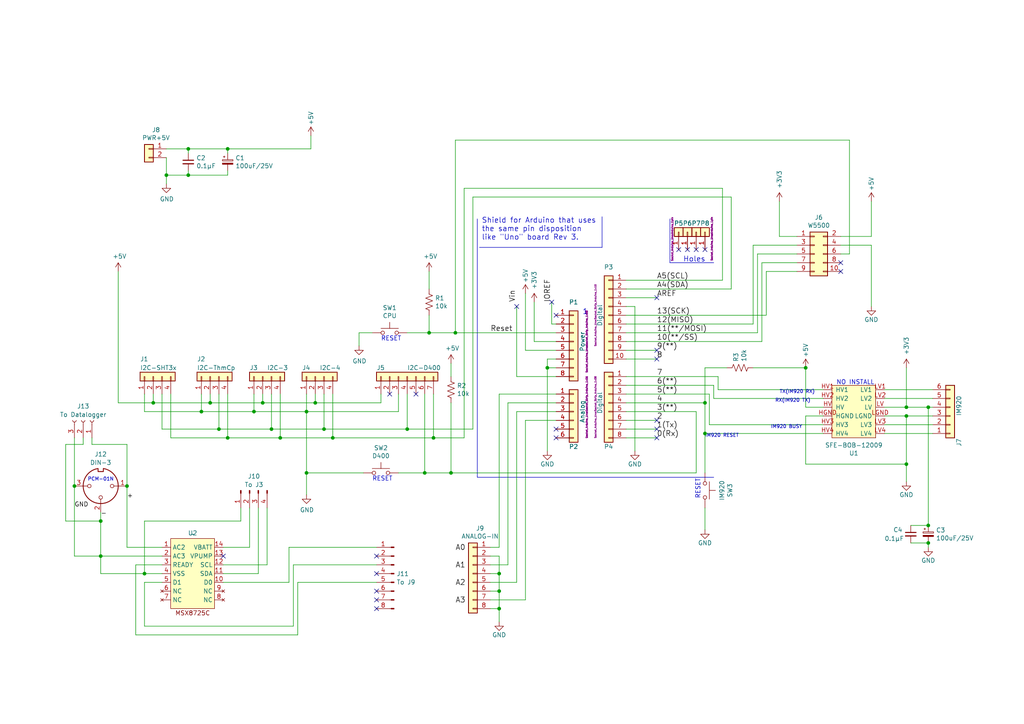
<source format=kicad_sch>
(kicad_sch (version 20230121) (generator eeschema)
  (paper "A4")
  (title_block (title "M302 Solar Radiation") (date "2023-07-07") (rev "1.00") (company "HOLLY&Co.,Ltd. with YS Lab."))
  (lib_symbols
    (symbol "Buffer:SFE-BOB-12009" (pin_names (offset 1.016))
      (property "Reference" "U" (at 0 0 0))
      (property "Value" "SFE-BOB-12009" (at 0 0 0))
      (symbol "SFE-BOB-12009_0_1"
        (rectangle (start -6.35 -3.81) (end 6.35 -19.05) (fill (type background)))
      )
      (symbol "SFE-BOB-12009_1_1"
        (pin passive line (at 8.89 -10.16 180) (length 2.54) (name "HGND") (number "HGND"))
        (pin passive line (at 8.89 -12.7 180) (length 2.54) (name "HV") (number "HV"))
        (pin passive line (at 8.89 -17.78 180) (length 2.54) (name "HV1") (number "HV1"))
        (pin passive line (at 8.89 -15.24 180) (length 2.54) (name "HV2") (number "HV2"))
        (pin passive line (at 8.89 -7.62 180) (length 2.54) (name "HV3") (number "HV3"))
        (pin passive line (at 8.89 -5.08 180) (length 2.54) (name "HV4") (number "HV4"))
        (pin passive line (at -8.89 -10.16 0) (length 2.54) (name "LGND") (number "LGND"))
        (pin passive line (at -8.89 -12.7 0) (length 2.54) (name "LV") (number "LV"))
        (pin passive line (at -8.89 -17.78 0) (length 2.54) (name "LV1") (number "LV1"))
        (pin passive line (at -8.89 -15.24 0) (length 2.54) (name "LV2") (number "LV2"))
        (pin passive line (at -8.89 -7.62 0) (length 2.54) (name "LV3") (number "LV3"))
        (pin passive line (at -8.89 -5.08 0) (length 2.54) (name "LV4") (number "LV4"))
      )
    )
    (symbol "Connector:Conn_01x03_Socket" (pin_names (offset 1.016) hide)
      (property "Reference" "J" (at 0 5.08 0))
      (property "Value" "Conn_01x03_Socket" (at 0 -5.08 0))
      (symbol "Conn_01x03_Socket_1_1"
        (arc (start 0 -2.032) (mid -0.5058 -2.54) (end 0 -3.048) (stroke (width 0.1524)))
        (polyline (pts (xy -1.27 -2.54) (xy -0.508 -2.54)) (stroke (width 0.1524)))
        (polyline (pts (xy -1.27 0) (xy -0.508 0)) (stroke (width 0.1524)))
        (polyline (pts (xy -1.27 2.54) (xy -0.508 2.54)) (stroke (width 0.1524)))
        (arc (start 0 0.508) (mid -0.5058 0) (end 0 -0.508) (stroke (width 0.1524)))
        (arc (start 0 3.048) (mid -0.5058 2.54) (end 0 2.032) (stroke (width 0.1524)))
        (pin passive line (at -5.08 2.54 0) (length 3.81) (name "Pin_1") (number "1"))
        (pin passive line (at -5.08 0 0) (length 3.81) (name "Pin_2") (number "2"))
        (pin passive line (at -5.08 -2.54 0) (length 3.81) (name "Pin_3") (number "3"))
      )
    )
    (symbol "Connector:Conn_01x04_Pin" (pin_names (offset 1.016) hide)
      (property "Reference" "J" (at 0 5.08 0))
      (property "Value" "Conn_01x04_Pin" (at 0 -7.62 0))
      (symbol "Conn_01x04_Pin_1_1"
        (polyline (pts (xy 1.27 -5.08) (xy 0.8636 -5.08)) (stroke (width 0.1524)))
        (polyline (pts (xy 1.27 -2.54) (xy 0.8636 -2.54)) (stroke (width 0.1524)))
        (polyline (pts (xy 1.27 0) (xy 0.8636 0)) (stroke (width 0.1524)))
        (polyline (pts (xy 1.27 2.54) (xy 0.8636 2.54)) (stroke (width 0.1524)))
        (rectangle (start 0.8636 -4.953) (end 0 -5.207) (stroke (width 0.1524)) (fill (type outline)))
        (rectangle (start 0.8636 -2.413) (end 0 -2.667) (stroke (width 0.1524)) (fill (type outline)))
        (rectangle (start 0.8636 0.127) (end 0 -0.127) (stroke (width 0.1524)) (fill (type outline)))
        (rectangle (start 0.8636 2.667) (end 0 2.413) (stroke (width 0.1524)) (fill (type outline)))
        (pin passive line (at 5.08 2.54 180) (length 3.81) (name "Pin_1") (number "1"))
        (pin passive line (at 5.08 0 180) (length 3.81) (name "Pin_2") (number "2"))
        (pin passive line (at 5.08 -2.54 180) (length 3.81) (name "Pin_3") (number "3"))
        (pin passive line (at 5.08 -5.08 180) (length 3.81) (name "Pin_4") (number "4"))
      )
    )
    (symbol "Connector:Conn_01x08_Pin" (pin_names (offset 1.016) hide)
      (property "Reference" "J" (at 0 10.16 0))
      (property "Value" "Conn_01x08_Pin" (at 0 -12.7 0))
      (symbol "Conn_01x08_Pin_1_1"
        (polyline (pts (xy 1.27 -10.16) (xy 0.8636 -10.16)) (stroke (width 0.1524)))
        (polyline (pts (xy 1.27 -7.62) (xy 0.8636 -7.62)) (stroke (width 0.1524)))
        (polyline (pts (xy 1.27 -5.08) (xy 0.8636 -5.08)) (stroke (width 0.1524)))
        (polyline (pts (xy 1.27 -2.54) (xy 0.8636 -2.54)) (stroke (width 0.1524)))
        (polyline (pts (xy 1.27 0) (xy 0.8636 0)) (stroke (width 0.1524)))
        (polyline (pts (xy 1.27 2.54) (xy 0.8636 2.54)) (stroke (width 0.1524)))
        (polyline (pts (xy 1.27 5.08) (xy 0.8636 5.08)) (stroke (width 0.1524)))
        (polyline (pts (xy 1.27 7.62) (xy 0.8636 7.62)) (stroke (width 0.1524)))
        (rectangle (start 0.8636 -10.033) (end 0 -10.287) (stroke (width 0.1524)) (fill (type outline)))
        (rectangle (start 0.8636 -7.493) (end 0 -7.747) (stroke (width 0.1524)) (fill (type outline)))
        (rectangle (start 0.8636 -4.953) (end 0 -5.207) (stroke (width 0.1524)) (fill (type outline)))
        (rectangle (start 0.8636 -2.413) (end 0 -2.667) (stroke (width 0.1524)) (fill (type outline)))
        (rectangle (start 0.8636 0.127) (end 0 -0.127) (stroke (width 0.1524)) (fill (type outline)))
        (rectangle (start 0.8636 2.667) (end 0 2.413) (stroke (width 0.1524)) (fill (type outline)))
        (rectangle (start 0.8636 5.207) (end 0 4.953) (stroke (width 0.1524)) (fill (type outline)))
        (rectangle (start 0.8636 7.747) (end 0 7.493) (stroke (width 0.1524)) (fill (type outline)))
        (pin passive line (at 5.08 7.62 180) (length 3.81) (name "Pin_1") (number "1"))
        (pin passive line (at 5.08 5.08 180) (length 3.81) (name "Pin_2") (number "2"))
        (pin passive line (at 5.08 2.54 180) (length 3.81) (name "Pin_3") (number "3"))
        (pin passive line (at 5.08 0 180) (length 3.81) (name "Pin_4") (number "4"))
        (pin passive line (at 5.08 -2.54 180) (length 3.81) (name "Pin_5") (number "5"))
        (pin passive line (at 5.08 -5.08 180) (length 3.81) (name "Pin_6") (number "6"))
        (pin passive line (at 5.08 -7.62 180) (length 3.81) (name "Pin_7") (number "7"))
        (pin passive line (at 5.08 -10.16 180) (length 3.81) (name "Pin_8") (number "8"))
      )
    )
    (symbol "Connector:DIN-3" (pin_names (offset 1.016))
      (property "Reference" "J" (at 3.302 6.35 0))
      (property "Value" "DIN-3" (at 0 -6.35 0))
      (symbol "DIN-3_0_1"
        (arc (start -5.08 0) (mid -3.8609 -3.3364) (end -0.762 -5.08) (stroke (width 0.254)))
        (circle (center -3.302 0) (radius 0.508))
        (polyline (pts (xy -3.81 0) (xy -5.08 0)))
        (polyline (pts (xy 0 3.81) (xy 0 5.08)))
        (polyline (pts (xy 5.08 0) (xy 3.81 0)))
        (polyline (pts (xy -0.762 -4.953) (xy -0.762 -4.191) (xy 0.762 -4.191) (xy 0.762 -4.953)) (stroke (width 0.254)))
        (circle (center 0 3.302) (radius 0.508))
        (arc (start 0.762 -5.08) (mid 3.8685 -3.343) (end 5.08 0) (stroke (width 0.254)))
        (circle (center 3.302 0) (radius 0.508))
        (arc (start 5.08 0) (mid 0 5.0579) (end -5.08 0) (stroke (width 0.254)))
      )
      (symbol "DIN-3_1_1"
        (pin passive line (at -7.62 0 0) (length 2.54) (name "~") (number "1"))
        (pin passive line (at 0 7.62 270) (length 2.54) (name "~") (number "2"))
        (pin passive line (at 7.62 0 180) (length 2.54) (name "~") (number "3"))
      )
    )
    (symbol "Connector_Generic:Conn_01x01" (pin_names (offset 1.016) hide)
      (property "Reference" "J" (at 0 2.54 0))
      (property "Value" "Conn_01x01" (at 0 -2.54 0))
      (symbol "Conn_01x01_1_1"
        (rectangle (start -1.27 0.127) (end 0 -0.127) (stroke (width 0.1524)))
        (rectangle (start -1.27 1.27) (end 1.27 -1.27) (stroke (width 0.254)) (fill (type background)))
        (pin passive line (at -5.08 0 0) (length 3.81) (name "Pin_1") (number "1"))
      )
    )
    (symbol "Connector_Generic:Conn_01x02" (pin_names (offset 1.016) hide)
      (property "Reference" "J" (at 0 2.54 0))
      (property "Value" "Conn_01x02" (at 0 -5.08 0))
      (symbol "Conn_01x02_1_1"
        (rectangle (start -1.27 -2.413) (end 0 -2.667) (stroke (width 0.1524)))
        (rectangle (start -1.27 0.127) (end 0 -0.127) (stroke (width 0.1524)))
        (rectangle (start -1.27 1.27) (end 1.27 -3.81) (stroke (width 0.254)) (fill (type background)))
        (pin passive line (at -5.08 0 0) (length 3.81) (name "Pin_1") (number "1"))
        (pin passive line (at -5.08 -2.54 0) (length 3.81) (name "Pin_2") (number "2"))
      )
    )
    (symbol "Connector_Generic:Conn_01x04" (pin_names (offset 1.016) hide)
      (property "Reference" "J" (at 0 5.08 0))
      (property "Value" "Conn_01x04" (at 0 -7.62 0))
      (symbol "Conn_01x04_1_1"
        (rectangle (start -1.27 -4.953) (end 0 -5.207) (stroke (width 0.1524)))
        (rectangle (start -1.27 -2.413) (end 0 -2.667) (stroke (width 0.1524)))
        (rectangle (start -1.27 0.127) (end 0 -0.127) (stroke (width 0.1524)))
        (rectangle (start -1.27 2.667) (end 0 2.413) (stroke (width 0.1524)))
        (rectangle (start -1.27 3.81) (end 1.27 -6.35) (stroke (width 0.254)) (fill (type background)))
        (pin passive line (at -5.08 2.54 0) (length 3.81) (name "Pin_1") (number "1"))
        (pin passive line (at -5.08 0 0) (length 3.81) (name "Pin_2") (number "2"))
        (pin passive line (at -5.08 -2.54 0) (length 3.81) (name "Pin_3") (number "3"))
        (pin passive line (at -5.08 -5.08 0) (length 3.81) (name "Pin_4") (number "4"))
      )
    )
    (symbol "Connector_Generic:Conn_01x06" (pin_names (offset 1.016) hide)
      (property "Reference" "J" (at 0 7.62 0))
      (property "Value" "Conn_01x06" (at 0 -10.16 0))
      (symbol "Conn_01x06_1_1"
        (rectangle (start -1.27 -7.493) (end 0 -7.747) (stroke (width 0.1524)))
        (rectangle (start -1.27 -4.953) (end 0 -5.207) (stroke (width 0.1524)))
        (rectangle (start -1.27 -2.413) (end 0 -2.667) (stroke (width 0.1524)))
        (rectangle (start -1.27 0.127) (end 0 -0.127) (stroke (width 0.1524)))
        (rectangle (start -1.27 2.667) (end 0 2.413) (stroke (width 0.1524)))
        (rectangle (start -1.27 5.207) (end 0 4.953) (stroke (width 0.1524)))
        (rectangle (start -1.27 6.35) (end 1.27 -8.89) (stroke (width 0.254)) (fill (type background)))
        (pin passive line (at -5.08 5.08 0) (length 3.81) (name "Pin_1") (number "1"))
        (pin passive line (at -5.08 2.54 0) (length 3.81) (name "Pin_2") (number "2"))
        (pin passive line (at -5.08 0 0) (length 3.81) (name "Pin_3") (number "3"))
        (pin passive line (at -5.08 -2.54 0) (length 3.81) (name "Pin_4") (number "4"))
        (pin passive line (at -5.08 -5.08 0) (length 3.81) (name "Pin_5") (number "5"))
        (pin passive line (at -5.08 -7.62 0) (length 3.81) (name "Pin_6") (number "6"))
      )
    )
    (symbol "Connector_Generic:Conn_01x07" (pin_names (offset 1.016) hide)
      (property "Reference" "J" (at 0 10.16 0))
      (property "Value" "Conn_01x07" (at 0 -10.16 0))
      (symbol "Conn_01x07_1_1"
        (rectangle (start -1.27 -7.493) (end 0 -7.747) (stroke (width 0.1524)))
        (rectangle (start -1.27 -4.953) (end 0 -5.207) (stroke (width 0.1524)))
        (rectangle (start -1.27 -2.413) (end 0 -2.667) (stroke (width 0.1524)))
        (rectangle (start -1.27 0.127) (end 0 -0.127) (stroke (width 0.1524)))
        (rectangle (start -1.27 2.667) (end 0 2.413) (stroke (width 0.1524)))
        (rectangle (start -1.27 5.207) (end 0 4.953) (stroke (width 0.1524)))
        (rectangle (start -1.27 7.747) (end 0 7.493) (stroke (width 0.1524)))
        (rectangle (start -1.27 8.89) (end 1.27 -8.89) (stroke (width 0.254)) (fill (type background)))
        (pin passive line (at -5.08 7.62 0) (length 3.81) (name "Pin_1") (number "1"))
        (pin passive line (at -5.08 5.08 0) (length 3.81) (name "Pin_2") (number "2"))
        (pin passive line (at -5.08 2.54 0) (length 3.81) (name "Pin_3") (number "3"))
        (pin passive line (at -5.08 0 0) (length 3.81) (name "Pin_4") (number "4"))
        (pin passive line (at -5.08 -2.54 0) (length 3.81) (name "Pin_5") (number "5"))
        (pin passive line (at -5.08 -5.08 0) (length 3.81) (name "Pin_6") (number "6"))
        (pin passive line (at -5.08 -7.62 0) (length 3.81) (name "Pin_7") (number "7"))
      )
    )
    (symbol "Connector_Generic:Conn_01x08" (pin_names (offset 1.016) hide)
      (property "Reference" "J" (at 0 10.16 0))
      (property "Value" "Conn_01x08" (at 0 -12.7 0))
      (symbol "Conn_01x08_1_1"
        (rectangle (start -1.27 -10.033) (end 0 -10.287) (stroke (width 0.1524)))
        (rectangle (start -1.27 -7.493) (end 0 -7.747) (stroke (width 0.1524)))
        (rectangle (start -1.27 -4.953) (end 0 -5.207) (stroke (width 0.1524)))
        (rectangle (start -1.27 -2.413) (end 0 -2.667) (stroke (width 0.1524)))
        (rectangle (start -1.27 0.127) (end 0 -0.127) (stroke (width 0.1524)))
        (rectangle (start -1.27 2.667) (end 0 2.413) (stroke (width 0.1524)))
        (rectangle (start -1.27 5.207) (end 0 4.953) (stroke (width 0.1524)))
        (rectangle (start -1.27 7.747) (end 0 7.493) (stroke (width 0.1524)))
        (rectangle (start -1.27 8.89) (end 1.27 -11.43) (stroke (width 0.254)) (fill (type background)))
        (pin passive line (at -5.08 7.62 0) (length 3.81) (name "Pin_1") (number "1"))
        (pin passive line (at -5.08 5.08 0) (length 3.81) (name "Pin_2") (number "2"))
        (pin passive line (at -5.08 2.54 0) (length 3.81) (name "Pin_3") (number "3"))
        (pin passive line (at -5.08 0 0) (length 3.81) (name "Pin_4") (number "4"))
        (pin passive line (at -5.08 -2.54 0) (length 3.81) (name "Pin_5") (number "5"))
        (pin passive line (at -5.08 -5.08 0) (length 3.81) (name "Pin_6") (number "6"))
        (pin passive line (at -5.08 -7.62 0) (length 3.81) (name "Pin_7") (number "7"))
        (pin passive line (at -5.08 -10.16 0) (length 3.81) (name "Pin_8") (number "8"))
      )
    )
    (symbol "Connector_Generic:Conn_01x10" (pin_names (offset 1.016) hide)
      (property "Reference" "J" (at 0 12.7 0))
      (property "Value" "Conn_01x10" (at 0 -15.24 0))
      (symbol "Conn_01x10_1_1"
        (rectangle (start -1.27 -12.573) (end 0 -12.827) (stroke (width 0.1524)))
        (rectangle (start -1.27 -10.033) (end 0 -10.287) (stroke (width 0.1524)))
        (rectangle (start -1.27 -7.493) (end 0 -7.747) (stroke (width 0.1524)))
        (rectangle (start -1.27 -4.953) (end 0 -5.207) (stroke (width 0.1524)))
        (rectangle (start -1.27 -2.413) (end 0 -2.667) (stroke (width 0.1524)))
        (rectangle (start -1.27 0.127) (end 0 -0.127) (stroke (width 0.1524)))
        (rectangle (start -1.27 2.667) (end 0 2.413) (stroke (width 0.1524)))
        (rectangle (start -1.27 5.207) (end 0 4.953) (stroke (width 0.1524)))
        (rectangle (start -1.27 7.747) (end 0 7.493) (stroke (width 0.1524)))
        (rectangle (start -1.27 10.287) (end 0 10.033) (stroke (width 0.1524)))
        (rectangle (start -1.27 11.43) (end 1.27 -13.97) (stroke (width 0.254)) (fill (type background)))
        (pin passive line (at -5.08 10.16 0) (length 3.81) (name "Pin_1") (number "1"))
        (pin passive line (at -5.08 -12.7 0) (length 3.81) (name "Pin_10") (number "10"))
        (pin passive line (at -5.08 7.62 0) (length 3.81) (name "Pin_2") (number "2"))
        (pin passive line (at -5.08 5.08 0) (length 3.81) (name "Pin_3") (number "3"))
        (pin passive line (at -5.08 2.54 0) (length 3.81) (name "Pin_4") (number "4"))
        (pin passive line (at -5.08 0 0) (length 3.81) (name "Pin_5") (number "5"))
        (pin passive line (at -5.08 -2.54 0) (length 3.81) (name "Pin_6") (number "6"))
        (pin passive line (at -5.08 -5.08 0) (length 3.81) (name "Pin_7") (number "7"))
        (pin passive line (at -5.08 -7.62 0) (length 3.81) (name "Pin_8") (number "8"))
        (pin passive line (at -5.08 -10.16 0) (length 3.81) (name "Pin_9") (number "9"))
      )
    )
    (symbol "Connector_Generic:Conn_02x05_Odd_Even" (pin_names (offset 1.016) hide)
      (property "Reference" "J" (at 1.27 7.62 0))
      (property "Value" "Conn_02x05_Odd_Even" (at 1.27 -7.62 0))
      (symbol "Conn_02x05_Odd_Even_1_1"
        (rectangle (start -1.27 -4.953) (end 0 -5.207) (stroke (width 0.1524)))
        (rectangle (start -1.27 -2.413) (end 0 -2.667) (stroke (width 0.1524)))
        (rectangle (start -1.27 0.127) (end 0 -0.127) (stroke (width 0.1524)))
        (rectangle (start -1.27 2.667) (end 0 2.413) (stroke (width 0.1524)))
        (rectangle (start -1.27 5.207) (end 0 4.953) (stroke (width 0.1524)))
        (rectangle (start -1.27 6.35) (end 3.81 -6.35) (stroke (width 0.254)) (fill (type background)))
        (rectangle (start 3.81 -4.953) (end 2.54 -5.207) (stroke (width 0.1524)))
        (rectangle (start 3.81 -2.413) (end 2.54 -2.667) (stroke (width 0.1524)))
        (rectangle (start 3.81 0.127) (end 2.54 -0.127) (stroke (width 0.1524)))
        (rectangle (start 3.81 2.667) (end 2.54 2.413) (stroke (width 0.1524)))
        (rectangle (start 3.81 5.207) (end 2.54 4.953) (stroke (width 0.1524)))
        (pin passive line (at -5.08 5.08 0) (length 3.81) (name "Pin_1") (number "1"))
        (pin passive line (at 7.62 -5.08 180) (length 3.81) (name "Pin_10") (number "10"))
        (pin passive line (at 7.62 5.08 180) (length 3.81) (name "Pin_2") (number "2"))
        (pin passive line (at -5.08 2.54 0) (length 3.81) (name "Pin_3") (number "3"))
        (pin passive line (at 7.62 2.54 180) (length 3.81) (name "Pin_4") (number "4"))
        (pin passive line (at -5.08 0 0) (length 3.81) (name "Pin_5") (number "5"))
        (pin passive line (at 7.62 0 180) (length 3.81) (name "Pin_6") (number "6"))
        (pin passive line (at -5.08 -2.54 0) (length 3.81) (name "Pin_7") (number "7"))
        (pin passive line (at 7.62 -2.54 180) (length 3.81) (name "Pin_8") (number "8"))
        (pin passive line (at -5.08 -5.08 0) (length 3.81) (name "Pin_9") (number "9"))
      )
    )
    (symbol "Device:C_Small" (pin_numbers hide) (pin_names (offset 0.254) hide)
      (property "Reference" "C" (at 0.254 1.778 0))
      (property "Value" "C_Small" (at 0.254 -2.032 0))
      (symbol "C_Small_0_1"
        (polyline (pts (xy -1.524 -0.508) (xy 1.524 -0.508)) (stroke (width 0.3302)))
        (polyline (pts (xy -1.524 0.508) (xy 1.524 0.508)) (stroke (width 0.3048)))
      )
      (symbol "C_Small_1_1"
        (pin passive line (at 0 2.54 270) (length 2.032) (name "~") (number "1"))
        (pin passive line (at 0 -2.54 90) (length 2.032) (name "~") (number "2"))
      )
    )
    (symbol "Device:R_US" (pin_numbers hide) (pin_names (offset 0))
      (property "Reference" "R" (at 2.54 0 90))
      (property "Value" "R_US" (at -2.54 0 90))
      (symbol "R_US_0_1"
        (polyline (pts (xy 0 -2.286) (xy 0 -2.54)))
        (polyline (pts (xy 0 2.286) (xy 0 2.54)))
        (polyline (pts (xy 0 -0.762) (xy 1.016 -1.143) (xy 0 -1.524) (xy -1.016 -1.905) (xy 0 -2.286)))
        (polyline (pts (xy 0 0.762) (xy 1.016 0.381) (xy 0 0) (xy -1.016 -0.381) (xy 0 -0.762)))
        (polyline (pts (xy 0 2.286) (xy 1.016 1.905) (xy 0 1.524) (xy -1.016 1.143) (xy 0 0.762)))
      )
      (symbol "R_US_1_1"
        (pin passive line (at 0 3.81 270) (length 1.27) (name "~") (number "1"))
        (pin passive line (at 0 -3.81 90) (length 1.27) (name "~") (number "2"))
      )
    )
    (symbol "M302-rescue:+3.3V-power" (power) (pin_names (offset 0))
      (property "Value" "+3.3V-power" (at 0 3.556 0))
      (symbol "+3.3V-power_0_1"
        (polyline (pts (xy -0.762 1.27) (xy 0 2.54)))
        (polyline (pts (xy 0 0) (xy 0 2.54)))
        (polyline (pts (xy 0 2.54) (xy 0.762 1.27)))
      )
      (symbol "+3.3V-power_1_1"
        (pin power_in line (at 0 0 90) (length 0) hide (name "+3V3") (number "1"))
      )
    )
    (symbol "M302-rescue:CP_Small-Device" (pin_numbers hide) (pin_names (offset 0.254) hide)
      (property "Reference" "C" (at 0.254 1.778 0))
      (property "Value" "Device_CP_Small" (at 0.254 -2.032 0))
      (symbol "CP_Small-Device_0_1"
        (rectangle (start -1.524 -0.3048) (end 1.524 -0.6858) (fill (type outline)))
        (rectangle (start -1.524 0.6858) (end 1.524 0.3048))
        (polyline (pts (xy -1.27 1.524) (xy -0.762 1.524)))
        (polyline (pts (xy -1.016 1.27) (xy -1.016 1.778)))
      )
      (symbol "CP_Small-Device_1_1"
        (pin passive line (at 0 2.54 270) (length 1.8542) (name "~") (number "1"))
        (pin passive line (at 0 -2.54 90) (length 1.8542) (name "~") (number "2"))
      )
    )
    (symbol "Switch:SW_Push" (pin_numbers hide) (pin_names (offset 1.016) hide)
      (property "Reference" "SW" (at 1.27 2.54 0))
      (property "Value" "SW_Push" (at 0 -1.524 0))
      (symbol "SW_Push_0_1"
        (circle (center -2.032 0) (radius 0.508))
        (polyline (pts (xy 0 1.27) (xy 0 3.048)))
        (polyline (pts (xy 2.54 1.27) (xy -2.54 1.27)))
        (circle (center 2.032 0) (radius 0.508))
        (pin passive line (at -5.08 0 0) (length 2.54) (name "1") (number "1"))
        (pin passive line (at 5.08 0 180) (length 2.54) (name "2") (number "2"))
      )
    )
    (symbol "holly:MSX8725C"
      (property "Reference" "U" (at 0 0 0))
      (symbol "MSX8725C_1_1"
        (rectangle (start -6.35 -1.27) (end 6.35 -21.59) (fill (type background)))
        (text "MSX8725C" (at 0 -22.86 0) (effects (font (size 1.27 1.27))))
        (pin input line (at -8.89 -3.81 0) (length 2.54) (name "AC2") (number "1"))
        (pin bidirectional line (at 8.89 -13.97 180) (length 2.54) (name "D0") (number "10"))
        (pin bidirectional line (at 8.89 -11.43 180) (length 2.54) (name "SDA") (number "11"))
        (pin input line (at 8.89 -8.89 180) (length 2.54) (name "SCL") (number "12"))
        (pin power_out line (at 8.89 -6.35 180) (length 2.54) (name "VPUMP") (number "13"))
        (pin power_in line (at 8.89 -3.81 180) (length 2.54) (name "VBATT") (number "14"))
        (pin input line (at -8.89 -6.35 0) (length 2.54) (name "AC3") (number "2"))
        (pin input line (at -8.89 -8.89 0) (length 2.54) (name "READY") (number "3"))
        (pin input line (at -8.89 -11.43 0) (length 2.54) (name "VSS") (number "4"))
        (pin bidirectional line (at -8.89 -13.97 0) (length 2.54) (name "D1") (number "5"))
        (pin no_connect line (at -8.89 -16.51 0) (length 2.54) (name "NC") (number "6"))
        (pin no_connect line (at -8.89 -19.05 0) (length 2.54) (name "NC") (number "7"))
        (pin no_connect line (at 8.89 -19.05 180) (length 2.54) (name "NC") (number "8"))
        (pin no_connect line (at 8.89 -16.51 180) (length 2.54) (name "NC") (number "9"))
      )
    )
    (symbol "power:+5V" (power) (pin_names (offset 0))
      (property "Value" "+5V" (at 0 3.556 0))
      (symbol "+5V_0_1"
        (polyline (pts (xy -0.762 1.27) (xy 0 2.54)))
        (polyline (pts (xy 0 0) (xy 0 2.54)))
        (polyline (pts (xy 0 2.54) (xy 0.762 1.27)))
      )
      (symbol "+5V_1_1"
        (pin power_in line (at 0 0 90) (length 0) hide (name "+5V") (number "1"))
      )
    )
    (symbol "power:GND" (power) (pin_names (offset 0))
      (property "Value" "GND" (at 0 -3.81 0))
      (symbol "GND_0_1"
        (polyline (pts (xy 0 0) (xy 0 -1.27) (xy 1.27 -1.27) (xy 0 -2.54) (xy -1.27 -1.27) (xy 0 -1.27)))
      )
      (symbol "GND_1_1"
        (pin power_in line (at 0 0 270) (length 0) hide (name "GND") (number "1"))
      )
    )
  )
  (junction (at 144.78 176.53))
  (junction (at 262.89 134.62))
  (junction (at 44.45 116.84))
  (junction (at 118.11 124.46))
  (junction (at 76.2 116.84))
  (junction (at 124.46 96.52))
  (junction (at 88.9 119.38))
  (junction (at 262.89 118.11))
  (junction (at 91.44 116.84))
  (junction (at 36.83 140.97))
  (junction (at 29.21 151.13))
  (junction (at 29.21 161.29))
  (junction (at 96.52 127))
  (junction (at 130.81 137.16))
  (junction (at 233.68 106.68))
  (junction (at 73.66 119.38))
  (junction (at 204.47 125.73))
  (junction (at 54.61 50.8))
  (junction (at 66.04 127))
  (junction (at 58.42 119.38))
  (junction (at 88.9 137.16))
  (junction (at 144.78 171.45))
  (junction (at 144.78 166.37))
  (junction (at 262.89 120.65))
  (junction (at 21.59 140.97))
  (junction (at 132.08 96.52))
  (junction (at 158.75 106.68))
  (junction (at 93.98 124.46))
  (junction (at 48.26 50.8))
  (junction (at 66.04 43.18))
  (junction (at 269.24 157.48))
  (junction (at 269.24 152.4))
  (junction (at 204.47 116.84))
  (junction (at 269.24 118.11))
  (junction (at 78.74 124.46))
  (junction (at 54.61 43.18))
  (junction (at 60.96 116.84))
  (junction (at 125.73 127))
  (junction (at 81.28 127))
  (junction (at 41.91 166.37))
  (junction (at 123.19 137.16))
  (junction (at 63.5 124.46))
  (no_connect (at 120.65 114.3))
  (no_connect (at 199.39 72.39))
  (no_connect (at 196.85 72.39))
  (no_connect (at 109.22 166.37))
  (no_connect (at 190.5 127))
  (no_connect (at 201.93 72.39))
  (no_connect (at 109.22 161.29))
  (no_connect (at 64.77 161.29))
  (no_connect (at 190.5 101.6))
  (no_connect (at 190.5 104.14))
  (no_connect (at 190.5 121.92))
  (no_connect (at 190.5 86.36))
  (no_connect (at 190.5 124.46))
  (no_connect (at 161.29 124.46))
  (no_connect (at 161.29 127))
  (no_connect (at 160.02 87.63))
  (no_connect (at 109.22 171.45))
  (no_connect (at 109.22 176.53))
  (no_connect (at 243.84 78.74))
  (no_connect (at 149.86 88.9))
  (no_connect (at 204.47 72.39))
  (no_connect (at 113.03 114.3))
  (no_connect (at 161.29 91.44))
  (no_connect (at 243.84 76.2))
  (no_connect (at 109.22 173.99))
  (wire (pts (xy 123.19 114.3) (xy 123.19 137.16)))
  (wire (pts (xy 48.26 43.18) (xy 54.61 43.18)))
  (wire (pts (xy 88.9 137.16) (xy 88.9 119.38)))
  (wire (pts (xy 21.59 140.97) (xy 21.59 161.29)))
  (wire (pts (xy 24.13 128.905) (xy 24.13 127)))
  (wire (pts (xy 63.5 124.46) (xy 78.74 124.46)))
  (wire (pts (xy 132.08 40.64) (xy 132.08 96.52)))
  (polyline (pts (xy 138.43 63.5) (xy 138.43 138.43)))
  (wire (pts (xy 161.29 101.6) (xy 152.4 101.6)))
  (wire (pts (xy 115.57 119.38) (xy 88.9 119.38)))
  (wire (pts (xy 181.61 124.46) (xy 190.5 124.46)))
  (wire (pts (xy 46.99 166.37) (xy 41.91 166.37)))
  (wire (pts (xy 26.67 128.905) (xy 26.67 127)))
  (wire (pts (xy 158.75 104.14) (xy 158.75 106.68)))
  (wire (pts (xy 63.5 114.3) (xy 63.5 124.46)))
  (wire (pts (xy 269.24 158.75) (xy 269.24 157.48)))
  (wire (pts (xy 147.32 163.83) (xy 142.24 163.83)))
  (wire (pts (xy 149.86 88.9) (xy 149.86 109.22)))
  (wire (pts (xy 86.36 184.15) (xy 86.36 168.91)))
  (wire (pts (xy 54.61 50.8) (xy 48.26 50.8)))
  (wire (pts (xy 243.84 73.66) (xy 246.38 73.66)))
  (wire (pts (xy 181.61 104.14) (xy 190.5 104.14)))
  (wire (pts (xy 125.73 127) (xy 134.62 127)))
  (wire (pts (xy 137.16 57.15) (xy 212.09 57.15)))
  (wire (pts (xy 134.62 54.61) (xy 209.55 54.61)))
  (wire (pts (xy 90.17 43.18) (xy 90.17 39.37)))
  (wire (pts (xy 222.25 78.74) (xy 231.14 78.74)))
  (wire (pts (xy 36.83 128.905) (xy 26.67 128.905)))
  (wire (pts (xy 132.08 96.52) (xy 161.29 96.52)))
  (wire (pts (xy 60.96 116.84) (xy 76.2 116.84)))
  (wire (pts (xy 256.54 123.19) (xy 270.51 123.19)))
  (wire (pts (xy 60.96 114.3) (xy 60.96 116.84)))
  (wire (pts (xy 81.28 127) (xy 96.52 127)))
  (wire (pts (xy 262.89 118.11) (xy 256.54 118.11)))
  (wire (pts (xy 41.91 168.91) (xy 41.91 181.61)))
  (wire (pts (xy 233.68 118.11) (xy 238.76 118.11)))
  (wire (pts (xy 154.94 99.06) (xy 154.94 87.63)))
  (wire (pts (xy 29.21 151.13) (xy 29.21 148.59)))
  (wire (pts (xy 262.89 120.65) (xy 270.51 120.65)))
  (wire (pts (xy 130.81 109.22) (xy 130.81 105.41)))
  (wire (pts (xy 29.21 151.13) (xy 19.05 151.13)))
  (wire (pts (xy 246.38 40.64) (xy 132.08 40.64)))
  (wire (pts (xy 184.15 88.9) (xy 184.15 130.81)))
  (wire (pts (xy 222.25 91.44) (xy 222.25 78.74)))
  (wire (pts (xy 208.28 113.03) (xy 238.76 113.03)))
  (wire (pts (xy 204.47 153.67) (xy 204.47 147.32)))
  (wire (pts (xy 46.99 124.46) (xy 46.99 114.3)))
  (wire (pts (xy 142.24 166.37) (xy 144.78 166.37)))
  (wire (pts (xy 142.24 161.29) (xy 144.78 161.29)))
  (wire (pts (xy 93.98 114.3) (xy 93.98 124.46)))
  (wire (pts (xy 88.9 119.38) (xy 88.9 114.3)))
  (wire (pts (xy 226.06 68.58) (xy 226.06 58.42)))
  (wire (pts (xy 88.9 143.51) (xy 88.9 137.16)))
  (wire (pts (xy 44.45 116.84) (xy 60.96 116.84)))
  (wire (pts (xy 181.61 114.3) (xy 205.74 114.3)))
  (wire (pts (xy 218.44 106.68) (xy 233.68 106.68)))
  (wire (pts (xy 181.61 86.36) (xy 190.5 86.36)))
  (wire (pts (xy 29.21 166.37) (xy 41.91 166.37)))
  (wire (pts (xy 252.73 68.58) (xy 252.73 58.42)))
  (wire (pts (xy 66.04 127) (xy 81.28 127)))
  (wire (pts (xy 19.05 128.905) (xy 24.13 128.905)))
  (wire (pts (xy 46.99 161.29) (xy 29.21 161.29)))
  (wire (pts (xy 64.77 168.91) (xy 83.82 168.91)))
  (wire (pts (xy 144.78 166.37) (xy 144.78 171.45)))
  (wire (pts (xy 36.83 140.97) (xy 36.83 128.905)))
  (polyline (pts (xy 207.01 76.2) (xy 194.31 76.2)))
  (wire (pts (xy 72.39 158.75) (xy 72.39 147.32)))
  (wire (pts (xy 144.78 176.53) (xy 144.78 180.34)))
  (wire (pts (xy 152.4 121.92) (xy 152.4 173.99)))
  (wire (pts (xy 243.84 68.58) (xy 252.73 68.58)))
  (wire (pts (xy 181.61 111.76) (xy 207.01 111.76)))
  (wire (pts (xy 152.4 173.99) (xy 142.24 173.99)))
  (wire (pts (xy 36.83 158.75) (xy 36.83 140.97)))
  (wire (pts (xy 81.28 114.3) (xy 81.28 127)))
  (wire (pts (xy 49.53 127) (xy 49.53 114.3)))
  (wire (pts (xy 76.2 116.84) (xy 91.44 116.84)))
  (wire (pts (xy 262.89 118.11) (xy 269.24 118.11)))
  (wire (pts (xy 233.68 106.68) (xy 233.68 118.11)))
  (wire (pts (xy 181.61 121.92) (xy 190.5 121.92)))
  (wire (pts (xy 161.29 104.14) (xy 158.75 104.14)))
  (wire (pts (xy 124.46 91.44) (xy 124.46 96.52)))
  (wire (pts (xy 39.37 184.15) (xy 86.36 184.15)))
  (wire (pts (xy 21.59 127) (xy 21.59 140.97)))
  (wire (pts (xy 231.14 68.58) (xy 226.06 68.58)))
  (wire (pts (xy 66.04 50.8) (xy 54.61 50.8)))
  (wire (pts (xy 204.47 125.73) (xy 238.76 125.73)))
  (wire (pts (xy 137.16 124.46) (xy 137.16 57.15)))
  (wire (pts (xy 96.52 127) (xy 125.73 127)))
  (wire (pts (xy 219.71 96.52) (xy 219.71 73.66)))
  (wire (pts (xy 181.61 88.9) (xy 184.15 88.9)))
  (wire (pts (xy 204.47 125.73) (xy 204.47 137.16)))
  (wire (pts (xy 264.16 152.4) (xy 269.24 152.4)))
  (wire (pts (xy 134.62 127) (xy 134.62 54.61)))
  (wire (pts (xy 181.61 127) (xy 190.5 127)))
  (wire (pts (xy 110.49 116.84) (xy 91.44 116.84)))
  (wire (pts (xy 205.74 114.3) (xy 205.74 123.19)))
  (wire (pts (xy 181.61 83.82) (xy 212.09 83.82)))
  (wire (pts (xy 219.71 73.66) (xy 231.14 73.66)))
  (wire (pts (xy 181.61 93.98) (xy 218.44 93.98)))
  (wire (pts (xy 181.61 91.44) (xy 222.25 91.44)))
  (wire (pts (xy 209.55 54.61) (xy 209.55 81.28)))
  (wire (pts (xy 161.29 119.38) (xy 149.86 119.38)))
  (wire (pts (xy 256.54 113.03) (xy 270.51 113.03)))
  (wire (pts (xy 144.78 114.3) (xy 144.78 158.75)))
  (wire (pts (xy 125.73 114.3) (xy 125.73 127)))
  (wire (pts (xy 124.46 83.82) (xy 124.46 78.74)))
  (wire (pts (xy 115.57 114.3) (xy 115.57 119.38)))
  (wire (pts (xy 86.36 168.91) (xy 109.22 168.91)))
  (wire (pts (xy 256.54 120.65) (xy 262.89 120.65)))
  (wire (pts (xy 181.61 99.06) (xy 220.98 99.06)))
  (wire (pts (xy 218.44 71.12) (xy 231.14 71.12)))
  (wire (pts (xy 64.77 166.37) (xy 74.93 166.37)))
  (wire (pts (xy 21.59 161.29) (xy 29.21 161.29)))
  (wire (pts (xy 83.82 168.91) (xy 83.82 158.75)))
  (wire (pts (xy 107.95 96.52) (xy 104.14 96.52)))
  (wire (pts (xy 149.86 168.91) (xy 142.24 168.91)))
  (wire (pts (xy 41.91 114.3) (xy 41.91 119.38)))
  (wire (pts (xy 78.74 114.3) (xy 78.74 124.46)))
  (wire (pts (xy 152.4 101.6) (xy 152.4 85.09)))
  (wire (pts (xy 105.41 137.16) (xy 88.9 137.16)))
  (wire (pts (xy 181.61 81.28) (xy 209.55 81.28)))
  (wire (pts (xy 262.89 120.65) (xy 262.89 134.62)))
  (wire (pts (xy 76.2 114.3) (xy 76.2 116.84)))
  (wire (pts (xy 210.82 106.68) (xy 204.47 106.68)))
  (wire (pts (xy 233.68 120.65) (xy 233.68 134.62)))
  (wire (pts (xy 144.78 161.29) (xy 144.78 166.37)))
  (wire (pts (xy 34.29 78.74) (xy 34.29 116.84)))
  (wire (pts (xy 118.11 96.52) (xy 124.46 96.52)))
  (wire (pts (xy 181.61 109.22) (xy 208.28 109.22)))
  (wire (pts (xy 212.09 57.15) (xy 212.09 83.82)))
  (polyline (pts (xy 139.065 71.755) (xy 174.625 71.755)))
  (wire (pts (xy 66.04 49.53) (xy 66.04 50.8)))
  (wire (pts (xy 204.47 106.68) (xy 204.47 116.84)))
  (wire (pts (xy 181.61 116.84) (xy 204.47 116.84)))
  (wire (pts (xy 48.26 45.72) (xy 48.26 50.8)))
  (wire (pts (xy 41.91 166.37) (xy 41.91 151.13)))
  (wire (pts (xy 110.49 114.3) (xy 110.49 116.84)))
  (wire (pts (xy 256.54 115.57) (xy 270.51 115.57)))
  (polyline (pts (xy 174.625 71.755) (xy 174.625 62.865)))
  (wire (pts (xy 58.42 119.38) (xy 73.66 119.38)))
  (wire (pts (xy 64.77 163.83) (xy 77.47 163.83)))
  (wire (pts (xy 144.78 171.45) (xy 144.78 176.53)))
  (wire (pts (xy 41.91 151.13) (xy 69.85 151.13)))
  (wire (pts (xy 264.16 157.48) (xy 269.24 157.48)))
  (wire (pts (xy 77.47 163.83) (xy 77.47 147.32)))
  (wire (pts (xy 49.53 127) (xy 66.04 127)))
  (wire (pts (xy 218.44 93.98) (xy 218.44 71.12)))
  (wire (pts (xy 41.91 181.61) (xy 85.09 181.61)))
  (wire (pts (xy 201.93 137.16) (xy 130.81 137.16)))
  (wire (pts (xy 181.61 96.52) (xy 219.71 96.52)))
  (wire (pts (xy 93.98 124.46) (xy 118.11 124.46)))
  (wire (pts (xy 46.99 163.83) (xy 39.37 163.83)))
  (wire (pts (xy 256.54 125.73) (xy 270.51 125.73)))
  (wire (pts (xy 161.29 99.06) (xy 154.94 99.06)))
  (wire (pts (xy 181.61 101.6) (xy 190.5 101.6)))
  (wire (pts (xy 58.42 114.3) (xy 58.42 119.38)))
  (wire (pts (xy 142.24 171.45) (xy 144.78 171.45)))
  (wire (pts (xy 262.89 134.62) (xy 262.89 139.7)))
  (wire (pts (xy 83.82 158.75) (xy 109.22 158.75)))
  (wire (pts (xy 161.29 116.84) (xy 147.32 116.84)))
  (wire (pts (xy 269.24 118.11) (xy 269.24 152.4)))
  (polyline (pts (xy 138.43 138.43) (xy 207.01 138.43)))
  (wire (pts (xy 54.61 44.45) (xy 54.61 43.18)))
  (wire (pts (xy 252.73 71.12) (xy 252.73 88.9)))
  (wire (pts (xy 147.32 116.84) (xy 147.32 163.83)))
  (wire (pts (xy 34.29 116.84) (xy 44.45 116.84)))
  (wire (pts (xy 104.14 96.52) (xy 104.14 100.33)))
  (wire (pts (xy 46.99 168.91) (xy 41.91 168.91)))
  (wire (pts (xy 161.29 109.22) (xy 149.86 109.22)))
  (wire (pts (xy 269.24 118.11) (xy 270.51 118.11)))
  (wire (pts (xy 220.98 76.2) (xy 220.98 99.06)))
  (wire (pts (xy 54.61 43.18) (xy 66.04 43.18)))
  (wire (pts (xy 73.66 114.3) (xy 73.66 119.38)))
  (wire (pts (xy 142.24 176.53) (xy 144.78 176.53)))
  (wire (pts (xy 160.02 87.63) (xy 160.02 93.98)))
  (wire (pts (xy 29.21 161.29) (xy 29.21 166.37)))
  (wire (pts (xy 64.77 158.75) (xy 72.39 158.75)))
  (wire (pts (xy 181.61 119.38) (xy 201.93 119.38)))
  (wire (pts (xy 149.86 119.38) (xy 149.86 168.91)))
  (wire (pts (xy 46.99 124.46) (xy 63.5 124.46)))
  (wire (pts (xy 205.74 123.19) (xy 238.76 123.19)))
  (wire (pts (xy 29.21 161.29) (xy 29.21 151.13)))
  (wire (pts (xy 69.85 151.13) (xy 69.85 147.32)))
  (wire (pts (xy 19.05 151.13) (xy 19.05 128.905)))
  (wire (pts (xy 161.29 114.3) (xy 144.78 114.3)))
  (wire (pts (xy 74.93 166.37) (xy 74.93 147.32)))
  (wire (pts (xy 44.45 114.3) (xy 44.45 116.84)))
  (wire (pts (xy 78.74 124.46) (xy 93.98 124.46)))
  (wire (pts (xy 207.01 111.76) (xy 207.01 115.57)))
  (wire (pts (xy 39.37 163.83) (xy 39.37 184.15)))
  (wire (pts (xy 204.47 116.84) (xy 204.47 125.73)))
  (wire (pts (xy 85.09 163.83) (xy 109.22 163.83)))
  (wire (pts (xy 161.29 106.68) (xy 158.75 106.68)))
  (wire (pts (xy 48.26 50.8) (xy 48.26 53.34)))
  (wire (pts (xy 66.04 43.18) (xy 90.17 43.18)))
  (wire (pts (xy 66.04 44.45) (xy 66.04 43.18)))
  (wire (pts (xy 238.76 120.65) (xy 233.68 120.65)))
  (wire (pts (xy 91.44 116.84) (xy 91.44 114.3)))
  (wire (pts (xy 161.29 121.92) (xy 152.4 121.92)))
  (wire (pts (xy 54.61 49.53) (xy 54.61 50.8)))
  (wire (pts (xy 201.93 119.38) (xy 201.93 137.16)))
  (wire (pts (xy 130.81 116.84) (xy 130.81 137.16)))
  (wire (pts (xy 262.89 106.68) (xy 262.89 118.11)))
  (wire (pts (xy 118.11 124.46) (xy 137.16 124.46)))
  (wire (pts (xy 118.11 114.3) (xy 118.11 124.46)))
  (wire (pts (xy 124.46 96.52) (xy 132.08 96.52)))
  (wire (pts (xy 96.52 114.3) (xy 96.52 127)))
  (wire (pts (xy 158.75 106.68) (xy 158.75 130.81)))
  (wire (pts (xy 123.19 137.16) (xy 130.81 137.16)))
  (wire (pts (xy 246.38 73.66) (xy 246.38 40.64)))
  (wire (pts (xy 41.91 119.38) (xy 58.42 119.38)))
  (wire (pts (xy 220.98 76.2) (xy 231.14 76.2)))
  (wire (pts (xy 46.99 158.75) (xy 36.83 158.75)))
  (wire (pts (xy 208.28 109.22) (xy 208.28 113.03)))
  (wire (pts (xy 123.19 137.16) (xy 115.57 137.16)))
  (wire (pts (xy 73.66 119.38) (xy 88.9 119.38)))
  (wire (pts (xy 85.09 181.61) (xy 85.09 163.83)))
  (wire (pts (xy 233.68 134.62) (xy 262.89 134.62)))
  (wire (pts (xy 243.84 71.12) (xy 252.73 71.12)))
  (wire (pts (xy 66.04 114.3) (xy 66.04 127)))
  (polyline (pts (xy 194.31 76.2) (xy 194.31 63.5)))
  (wire (pts (xy 144.78 158.75) (xy 142.24 158.75)))
  (wire (pts (xy 207.01 115.57) (xy 238.76 115.57)))
  (wire (pts (xy 160.02 93.98) (xy 161.29 93.98)))
  (text "RESET" (at 110.49 99.06 0) (effects (font (size 1.27 1.27)) (justify left bottom)))
  (text "RX(IM920 TX)" (at 224.79 116.84 0) (effects (font (size 0.9906 0.9906)) (justify left bottom)))
  (text "1" (at 168.91 91.44 0) (effects (font (size 1.524 1.524)) (justify left bottom)))
  (text "Shield for Arduino that uses\nthe same pin disposition\nlike \"Uno\" board Rev 3." (at 139.7 69.85 0) (effects (font (size 1.524 1.524)) (justify left bottom)))
  (text "RESET" (at 107.95 139.7 0) (effects (font (size 1.27 1.27)) (justify left bottom)))
  (text "Holes" (at 198.12 76.2 0) (effects (font (size 1.524 1.524)) (justify left bottom)))
  (text "NO INSTALL" (at 242.57 111.76 0) (effects (font (size 1.27 1.27)) (justify left bottom)))
  (text "IM920 BUSY" (at 223.52 124.46 0) (effects (font (size 0.9906 0.9906)) (justify left bottom)))
  (text "TX(IM920 RX)" (at 226.06 114.3 0) (effects (font (size 0.9906 0.9906)) (justify left bottom)))
  (text "PCM-01N" (at 25.4 139.7 0) (effects (font (size 1.016 1.016)) (justify left bottom)))
  (text "IM920 RESET" (at 204.47 127 0) (effects (font (size 0.9906 0.9906)) (justify left bottom)))
  (text "RESET" (at 203.2 144.78 90) (effects (font (size 1.27 1.27)) (justify left bottom)))
  (label "5(**)" (at 190.5 114.3 0) (effects (font (size 1.524 1.524))))
  (label "9(**)" (at 190.5 101.6 0) (effects (font (size 1.524 1.524))))
  (label "1(Tx)" (at 190.5 124.46 0) (effects (font (size 1.524 1.524))))
  (label "8" (at 190.5 104.14 0) (effects (font (size 1.524 1.524))))
  (label "A3" (at 132.08 175.26 0) (effects (font (size 1.524 1.524))))
  (label "11(**/MOSI)" (at 190.5 96.52 0) (effects (font (size 1.524 1.524))))
  (label "10(**/SS)" (at 190.5 99.06 0) (effects (font (size 1.524 1.524))))
  (label "A0" (at 132.08 160.02 0) (effects (font (size 1.524 1.524))))
  (label "AREF" (at 190.5 86.36 0) (effects (font (size 1.524 1.524))))
  (label "+" (at 36.83 144.78 0))
  (label "IOREF" (at 160.02 87.63 90) (effects (font (size 1.524 1.524))))
  (label "A2" (at 132.08 170.18 0) (effects (font (size 1.524 1.524))))
  (label "A5(SCL)" (at 190.5 81.28 0) (effects (font (size 1.524 1.524))))
  (label "2" (at 190.5 121.92 0) (effects (font (size 1.524 1.524))))
  (label "-" (at 29.21 149.86 0))
  (label "3(**)" (at 190.5 119.38 0) (effects (font (size 1.524 1.524))))
  (label "GND" (at 21.59 147.32 0))
  (label "0(Rx)" (at 190.5 127 0) (effects (font (size 1.524 1.524))))
  (label "Vin" (at 149.86 87.63 90) (effects (font (size 1.524 1.524))))
  (label "6(**)" (at 190.5 111.76 0) (effects (font (size 1.524 1.524))))
  (label "Reset" (at 142.24 96.52 0) (effects (font (size 1.524 1.524))))
  (label "A1" (at 132.08 165.1 0) (effects (font (size 1.524 1.524))))
  (label "4" (at 190.5 116.84 0) (effects (font (size 1.524 1.524))))
  (label "7" (at 190.5 109.22 0) (effects (font (size 1.524 1.524))))
  (label "A4(SDA)" (at 190.5 83.82 0) (effects (font (size 1.524 1.524))))
  (label "12(MISO)" (at 190.5 93.98 0) (effects (font (size 1.524 1.524))))
  (label "13(SCK)" (at 190.5 91.44 0) (effects (font (size 1.524 1.524))))
  (symbol (lib_id "Connector_Generic:Conn_01x08") (at 166.37 99.06 0) (unit 1)
    (property "Reference" "P1" (at 166.37 87.63 0))
    (property "Value" "Power" (at 168.91 99.06 90))
    (property "Footprint" "Socket_Arduino_Uno:Socket_Strip_Arduino_1x08" (at 170.18 99.06 90) (effects (font (size 0.508 0.508))))
  )
  (symbol (lib_id "M302-rescue:+3.3V-power") (at 154.94 87.63 0) (unit 1)
    (property "Reference" "#PWR01" (effects hide))
    (property "Value" "+3.3V" (at 154.94 81.28 90))
  )
  (symbol (lib_id "power:+5V") (at 152.4 85.09 0) (unit 1)
    (property "Reference" "#PWR02" (effects hide))
    (property "Value" "+5V" (at 152.4 80.01 90))
  )
  (symbol (lib_id "power:GND") (at 158.75 130.81 0) (unit 1)
    (property "Reference" "#PWR03" (effects hide))
    (property "Value" "GND" (at 158.75 134.62 0))
  )
  (symbol (lib_id "power:GND") (at 184.15 130.81 0) (unit 1)
    (property "Reference" "#PWR04" (effects hide))
    (property "Value" "GND" (at 184.15 134.62 0))
  )
  (symbol (lib_id "Connector_Generic:Conn_01x06") (at 166.37 119.38 0) (unit 1)
    (property "Reference" "P2" (at 166.37 129.54 0))
    (property "Value" "Analog" (at 168.91 119.38 90))
    (property "Footprint" "Socket_Arduino_Uno:Socket_Strip_Arduino_1x06" (at 170.18 118.11 90) (effects (font (size 0.508 0.508))))
  )
  (symbol (lib_id "Connector_Generic:Conn_01x01") (at 196.85 67.31 90) (unit 1)
    (property "Reference" "P5" (at 196.85 64.77 90))
    (property "Value" "CONN_01X01" (effects hide))
    (property "Footprint" "Socket_Arduino_Uno:Arduino_1pin" (at 194.9704 69.3166 0) (effects (font (size 0.508 0.508))))
  )
  (symbol (lib_id "Connector_Generic:Conn_01x01") (at 199.39 67.31 90) (unit 1)
    (property "Reference" "P6" (at 199.39 64.77 90))
    (property "Value" "CONN_01X01" (effects hide))
    (property "Footprint" "Socket_Arduino_Uno:Arduino_1pin" (effects hide))
  )
  (symbol (lib_id "Connector_Generic:Conn_01x01") (at 201.93 67.31 90) (unit 1)
    (property "Reference" "P7" (at 201.93 64.77 90))
    (property "Value" "CONN_01X01" (effects hide))
    (property "Footprint" "Socket_Arduino_Uno:Arduino_1pin" (effects hide))
  )
  (symbol (lib_id "Connector_Generic:Conn_01x01") (at 204.47 67.31 90) (unit 1)
    (property "Reference" "P8" (at 204.47 64.77 90))
    (property "Value" "CONN_01X01" (effects hide))
    (property "Footprint" "Socket_Arduino_Uno:Arduino_1pin" (at 206.4512 69.2404 0) (effects (font (size 0.508 0.508))))
  )
  (symbol (lib_id "Connector_Generic:Conn_01x08") (at 176.53 116.84 0) (mirror y) (unit 1)
    (property "Reference" "P4" (at 176.53 129.54 0))
    (property "Value" "Digital" (at 173.99 116.84 90))
    (property "Footprint" "Socket_Arduino_Uno:Socket_Strip_Arduino_1x08" (at 172.72 118.11 90) (effects (font (size 0.508 0.508))))
  )
  (symbol (lib_id "Connector_Generic:Conn_01x10") (at 176.53 91.44 0) (mirror y) (unit 1)
    (property "Reference" "P3" (at 176.53 77.47 0))
    (property "Value" "Digital" (at 173.99 91.44 90))
    (property "Footprint" "Socket_Arduino_Uno:Socket_Strip_Arduino_1x10" (at 172.72 91.44 90) (effects (font (size 0.508 0.508))))
  )
  (symbol (lib_id "power:GND") (at 88.9 143.51 0) (unit 1)
    (property "Reference" "#PWR0101" (effects hide))
    (property "Value" "GND" (at 89.027 147.9042 0))
  )
  (symbol (lib_id "Buffer:SFE-BOB-12009") (at 247.65 130.81 180) (unit 1)
    (property "Reference" "U1" (at 247.65 131.445 0))
    (property "Value" "SFE-BOB-12009" (at 247.65 129.1336 0))
    (property "Footprint" "HOLLY:SFE-BOB-12009" (effects hide))
  )
  (symbol (lib_id "power:+5V") (at 34.29 78.74 0) (unit 1)
    (property "Reference" "#PWR0102" (effects hide))
    (property "Value" "+5V" (at 34.671 74.3458 0))
  )
  (symbol (lib_id "power:GND") (at 262.89 139.7 0) (unit 1)
    (property "Reference" "#PWR0109" (effects hide))
    (property "Value" "GND" (at 262.89 143.51 0))
  )
  (symbol (lib_id "Switch:SW_Push") (at 110.49 137.16 0) (unit 1)
    (property "Reference" "SW2" (at 110.49 129.921 0))
    (property "Value" "D400" (at 110.49 132.2324 0))
    (property "Footprint" "HOLLY:TVDT18-050" (effects hide))
  )
  (symbol (lib_id "M302-rescue:+3.3V-power") (at 262.89 106.68 0) (unit 1)
    (property "Reference" "#PWR0111" (effects hide))
    (property "Value" "+3.3V" (at 262.89 100.33 90))
  )
  (symbol (lib_id "power:+5V") (at 233.68 106.68 0) (unit 1)
    (property "Reference" "#PWR0112" (effects hide))
    (property "Value" "+5V" (at 233.68 101.6 90))
  )
  (symbol (lib_id "Switch:SW_Push") (at 113.03 96.52 0) (unit 1)
    (property "Reference" "SW1" (at 113.03 89.281 0))
    (property "Value" "CPU" (at 113.03 91.5924 0))
    (property "Footprint" "HOLLY:TVDT18-050" (effects hide))
  )
  (symbol (lib_id "Device:R_US") (at 124.46 87.63 0) (unit 1)
    (property "Reference" "R1" (at 126.1872 86.4616 0) (effects (justify left)))
    (property "Value" "10k" (at 126.1872 88.773 0) (effects (justify left)))
    (property "Footprint" "Resistor_THT:R_Axial_DIN0207_L6.3mm_D2.5mm_P7.62mm_Horizontal" (effects hide))
  )
  (symbol (lib_id "power:GND") (at 104.14 100.33 0) (unit 1)
    (property "Reference" "#PWR0103" (effects hide))
    (property "Value" "GND" (at 104.267 104.7242 0))
  )
  (symbol (lib_id "Connector_Generic:Conn_02x05_Odd_Even") (at 236.22 73.66 0) (unit 1)
    (property "Reference" "J6" (at 237.49 63.0682 0))
    (property "Value" "W5500" (at 237.49 65.3796 0))
    (property "Footprint" "Connector_PinHeader_2.54mm:PinHeader_2x05_P2.54mm_Vertical" (effects hide))
  )
  (symbol (lib_id "M302-rescue:+3.3V-power") (at 226.06 58.42 0) (unit 1)
    (property "Reference" "#PWR0104" (effects hide))
    (property "Value" "+3.3V" (at 226.06 52.07 90))
  )
  (symbol (lib_id "power:+5V") (at 252.73 58.42 0) (unit 1)
    (property "Reference" "#PWR0108" (effects hide))
    (property "Value" "+5V" (at 252.73 53.34 90))
  )
  (symbol (lib_id "power:GND") (at 252.73 88.9 0) (unit 1)
    (property "Reference" "#PWR0106" (effects hide))
    (property "Value" "GND" (at 252.73 92.71 0))
  )
  (symbol (lib_id "Switch:SW_Push") (at 204.47 142.24 270) (unit 1)
    (property "Reference" "SW3" (at 211.709 142.24 0))
    (property "Value" "IM920" (at 209.3976 142.24 0))
    (property "Footprint" "HOLLY:TVDT18-050" (effects hide))
  )
  (symbol (lib_id "power:GND") (at 204.47 153.67 0) (unit 1)
    (property "Reference" "#PWR0113" (effects hide))
    (property "Value" "GND" (at 204.47 157.48 0))
  )
  (symbol (lib_id "Connector_Generic:Conn_01x04") (at 91.44 109.22 90) (unit 1)
    (property "Reference" "J4" (at 87.63 106.68 90) (effects (justify right)))
    (property "Value" "I2C-4" (at 92.71 106.68 90) (effects (justify right)))
    (property "Footprint" "Connector_JST:JST_XH_B4B-XH-A_1x04_P2.50mm_Vertical" (effects hide))
  )
  (symbol (lib_id "Connector_Generic:Conn_01x04") (at 76.2 109.22 90) (unit 1)
    (property "Reference" "J3" (at 72.39 106.68 90) (effects (justify right)))
    (property "Value" "I2C-3" (at 77.47 106.68 90) (effects (justify right)))
    (property "Footprint" "Connector_JST:JST_XH_B4B-XH-A_1x04_P2.50mm_Vertical" (effects hide))
  )
  (symbol (lib_id "Connector_Generic:Conn_01x04") (at 60.96 109.22 90) (unit 1)
    (property "Reference" "J2" (at 57.15 104.14 90) (effects (justify right)))
    (property "Value" "I2C-ThmCp" (at 57.15 106.68 90) (effects (justify right)))
    (property "Footprint" "Connector_JST:JST_XH_B4B-XH-A_1x04_P2.50mm_Vertical" (effects hide))
  )
  (symbol (lib_id "Connector_Generic:Conn_01x04") (at 44.45 109.22 90) (unit 1)
    (property "Reference" "J1" (at 40.64 104.14 90) (effects (justify right)))
    (property "Value" "I2C-SHT3x" (at 40.64 106.68 90) (effects (justify right)))
    (property "Footprint" "Connector_JST:JST_XH_B4B-XH-A_1x04_P2.50mm_Vertical" (effects hide))
  )
  (symbol (lib_id "Connector_Generic:Conn_01x07") (at 118.11 109.22 90) (unit 1)
    (property "Reference" "J5" (at 109.22 106.68 90) (effects (justify right)))
    (property "Value" "I2C-D400" (at 118.11 106.68 90) (effects (justify right)))
    (property "Footprint" "Connector_JST:JST_XH_B7B-XH-A_1x07_P2.50mm_Vertical" (effects hide))
  )
  (symbol (lib_id "Connector_Generic:Conn_01x06") (at 275.59 120.65 0) (mirror x) (unit 1)
    (property "Reference" "J7" (at 278.13 129.54 90) (effects (justify right)))
    (property "Value" "IM920" (at 278.13 120.65 90) (effects (justify right)))
    (property "Footprint" "Connector_JST:JST_XH_B6B-XH-A_1x06_P2.50mm_Vertical" (effects hide))
  )
  (symbol (lib_id "Connector_Generic:Conn_01x02") (at 43.18 43.18 0) (mirror y) (unit 1)
    (property "Reference" "J8" (at 45.2628 37.6682 0))
    (property "Value" "PWR+5V" (at 45.2628 39.9796 0))
    (property "Footprint" "Connector_JST:JST_XH_B2B-XH-A_1x02_P2.50mm_Vertical" (effects hide))
  )
  (symbol (lib_id "power:GND") (at 48.26 53.34 0) (unit 1)
    (property "Reference" "#PWR0107" (effects hide))
    (property "Value" "GND" (at 48.387 57.7342 0))
  )
  (symbol (lib_id "power:+5V") (at 90.17 39.37 0) (unit 1)
    (property "Reference" "#PWR0105" (effects hide))
    (property "Value" "+5V" (at 90.17 34.29 90))
  )
  (symbol (lib_id "M302-rescue:CP_Small-Device") (at 66.04 46.99 0) (unit 1)
    (property "Reference" "C1" (at 68.2752 45.8216 0) (effects (justify left)))
    (property "Value" "100uF/25V" (at 68.2752 48.133 0) (effects (justify left)))
    (property "Footprint" "Capacitor_THT:CP_Radial_D5.0mm_P2.00mm" (effects hide))
    (property "Datasheet" "https://akizukidenshi.com/download/ds/rubycon/PK_series.pdf" (effects hide))
  )
  (symbol (lib_id "Device:R_US") (at 130.81 113.03 0) (unit 1)
    (property "Reference" "R2" (at 132.5372 111.8616 0) (effects (justify left)))
    (property "Value" "10k" (at 132.5372 114.173 0) (effects (justify left)))
    (property "Footprint" "Resistor_THT:R_Axial_DIN0207_L6.3mm_D2.5mm_P7.62mm_Horizontal" (effects hide))
  )
  (symbol (lib_id "power:+5V") (at 130.81 105.41 0) (unit 1)
    (property "Reference" "#PWR0110" (effects hide))
    (property "Value" "+5V" (at 131.191 101.0158 0))
  )
  (symbol (lib_id "Device:R_US") (at 214.63 106.68 90) (unit 1)
    (property "Reference" "R3" (at 213.4616 104.9528 0) (effects (justify left)))
    (property "Value" "10k" (at 215.773 104.9528 0) (effects (justify left)))
    (property "Footprint" "Resistor_THT:R_Axial_DIN0207_L6.3mm_D2.5mm_P7.62mm_Horizontal" (effects hide))
  )
  (symbol (lib_id "Connector_Generic:Conn_01x08") (at 137.16 166.37 0) (mirror y) (unit 1)
    (property "Reference" "J9" (at 139.2428 153.2382 0))
    (property "Value" "ANALOG-IN" (at 139.2428 155.5496 0))
    (property "Footprint" "Connector_JST:JST_XH_B8B-XH-A_1x08_P2.50mm_Vertical" (effects hide))
  )
  (symbol (lib_id "power:GND") (at 144.78 180.34 0) (unit 1)
    (property "Reference" "#PWR0114" (effects hide))
    (property "Value" "GND" (at 144.78 184.15 0))
  )
  (symbol (lib_id "power:+5V") (at 124.46 78.74 0) (unit 1)
    (property "Reference" "#PWR0115" (effects hide))
    (property "Value" "+5V" (at 124.841 74.3458 0))
  )
  (symbol (lib_id "Device:C_Small") (at 54.61 46.99 0) (unit 1)
    (property "Reference" "C2" (at 56.9468 45.8216 0) (effects (justify left)))
    (property "Value" "0.1μF" (at 56.9468 48.133 0) (effects (justify left)))
    (property "Footprint" "Capacitor_THT:C_Disc_D3.0mm_W2.0mm_P2.50mm" (effects hide))
  )
  (symbol (lib_id "M302-rescue:CP_Small-Device") (at 269.24 154.94 0) (unit 1)
    (property "Reference" "C3" (at 271.4752 153.7716 0) (effects (justify left)))
    (property "Value" "100uF/25V" (at 271.4752 156.083 0) (effects (justify left)))
    (property "Footprint" "Capacitor_THT:CP_Radial_D5.0mm_P2.00mm" (effects hide))
    (property "Datasheet" "https://akizukidenshi.com/download/ds/rubycon/PK_series.pdf" (effects hide))
  )
  (symbol (lib_id "Device:C_Small") (at 264.16 154.94 0) (unit 1)
    (property "Reference" "C4" (at 259.08 153.67 0) (effects (justify left)))
    (property "Value" "0.1μF" (at 256.54 156.21 0) (effects (justify left)))
    (property "Footprint" "Capacitor_THT:C_Disc_D3.0mm_W2.0mm_P2.50mm" (effects hide))
  )
  (symbol (lib_id "power:GND") (at 269.24 158.75 0) (unit 1)
    (property "Reference" "#PWR0116" (effects hide))
    (property "Value" "GND" (at 269.24 162.56 0))
  )
  (symbol (lib_id "Connector:Conn_01x08_Pin") (at 114.3 166.37 0) (mirror y) (unit 1)
    (property "Reference" "J11" (at 115.0112 166.4279 0) (effects (justify right)))
    (property "Value" "To J9" (at 115.0112 168.8521 0) (effects (justify right)))
  )
  (symbol (lib_id "Connector:DIN-3") (at 29.21 140.97 180) (unit 1)
    (property "Reference" "J12" (at 29.2099 131.7457 0))
    (property "Value" "DIN-3" (at 29.2099 134.1699 0))
    (property "Datasheet" "http://www.mouser.com/ds/2/18/40_c091_abd_e-75918.pdf" (effects hide))
  )
  (symbol (lib_id "Connector:Conn_01x03_Socket") (at 24.13 121.92 270) (mirror x) (unit 1)
    (property "Reference" "J13" (at 24.13 117.8265 90))
    (property "Value" "To Datalogger" (at 24.13 120.2507 90))
  )
  (symbol (lib_id "Connector:Conn_01x04_Pin") (at 72.39 142.24 90) (mirror x) (unit 1)
    (property "Reference" "J10" (at 73.66 138.1465 90))
    (property "Value" "To J3" (at 73.66 140.5707 90))
  )
  (symbol (lib_id "holly:MSX8725C") (at 55.88 154.94 0) (unit 1)
    (property "Reference" "U2" (at 55.88 154.6169 0))
    (property "Value" "~" (at 55.88 154.94 0))
  )
)
</source>
